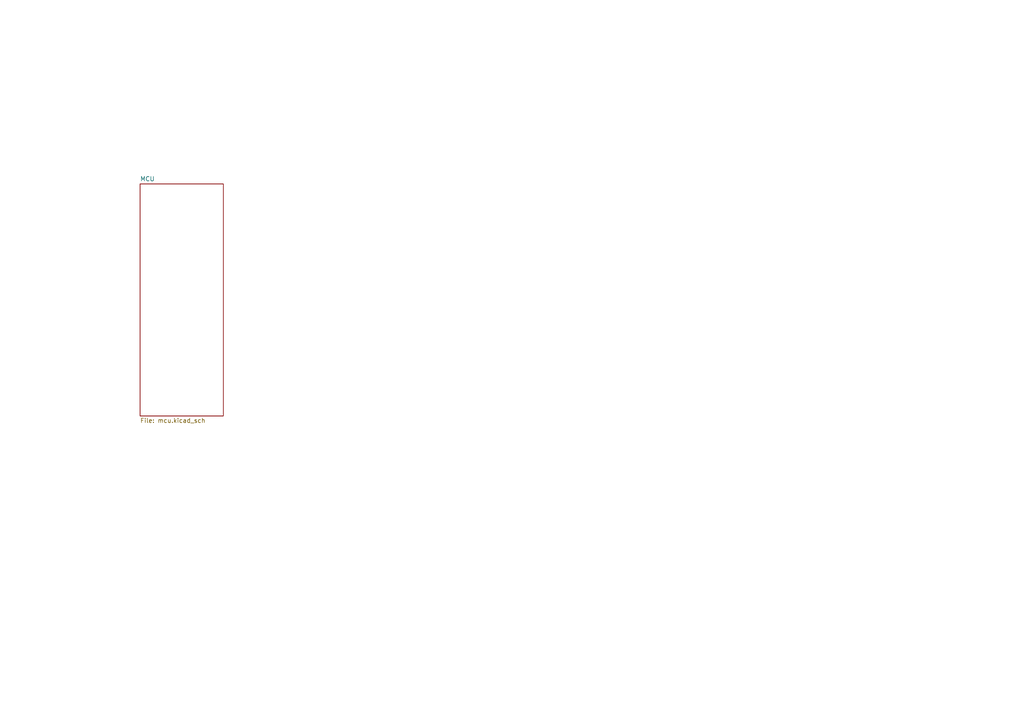
<source format=kicad_sch>
(kicad_sch
	(version 20231120)
	(generator "eeschema")
	(generator_version "8.0")
	(uuid "56eb11e6-6bfa-49b9-a5ec-ea124e3a654d")
	(paper "A4")
	(lib_symbols)
	(sheet
		(at 40.64 53.34)
		(size 24.13 67.31)
		(fields_autoplaced yes)
		(stroke
			(width 0.1524)
			(type solid)
		)
		(fill
			(color 0 0 0 0.0000)
		)
		(uuid "96444980-c471-4646-b943-1a63a2c940eb")
		(property "Sheetname" "MCU"
			(at 40.64 52.6284 0)
			(effects
				(font
					(size 1.27 1.27)
				)
				(justify left bottom)
			)
		)
		(property "Sheetfile" "mcu.kicad_sch"
			(at 40.64 121.2346 0)
			(effects
				(font
					(size 1.27 1.27)
				)
				(justify left top)
			)
		)
		(instances
			(project "lockit"
				(path "/56eb11e6-6bfa-49b9-a5ec-ea124e3a654d"
					(page "2")
				)
			)
		)
	)
	(sheet_instances
		(path "/"
			(page "1")
		)
	)
)

</source>
